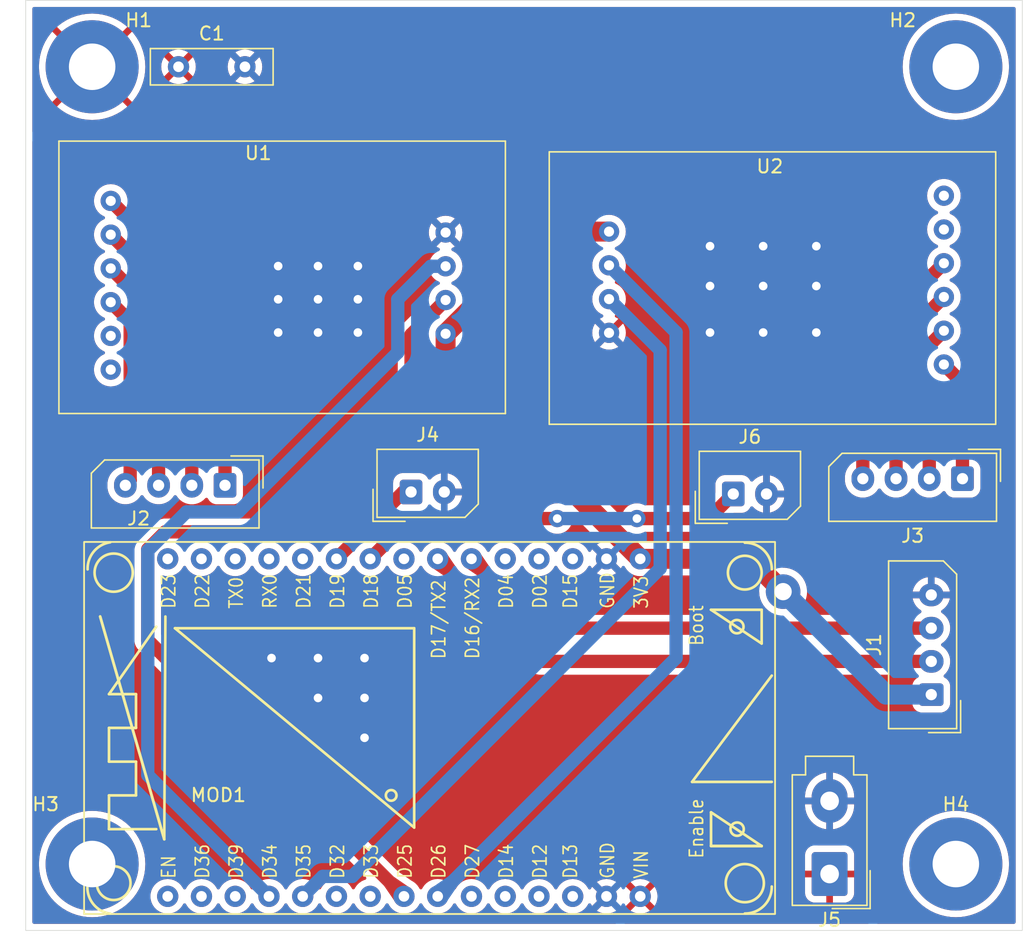
<source format=kicad_pcb>
(kicad_pcb (version 20240108) (generator "pcbnew") (generator_version "8.0")
  (layers (0 "F.Cu" signal) (31 "B.Cu" signal) (34 "B.Paste" user) (35 "F.Paste" user) (36 "B.SilkS" user "B.Silkscreen") (37 "F.SilkS" user "F.Silkscreen") (38 "B.Mask" user) (39 "F.Mask" user) (44 "Edge.Cuts" user))
  (net 0 "")
  (net 1 "Net-(C1-Pad1)")
  (net 2 "GND")
  (net 3 "+3V3")
  (net 4 "/DISPLAY_TX")
  (net 5 "/DISPLAY_RX")
  (net 6 "/E+_LEFT")
  (net 7 "/A+_LEFT")
  (net 8 "/E-_LEFT")
  (net 9 "/A-_LEFT")
  (net 10 "/E+_RIGHT")
  (net 11 "/A+_RIGHT")
  (net 12 "/A-_RIGHT")
  (net 13 "/E-_RIGHT")
  (net 14 "+5V")
  (net 24 "/CLK_LEFT")
  (net 26 "/DT_LEFT")
  (net 27 "/CLK_RIGHT")
  (net 33 "/DT_RIGHT")
  (net 41 "/LED_LEFT")
  (net 42 "/LED_RIGHT")
  (footprint "Connector_Molex:Molex_Mini-Fit_Jr_5566-02A_2x01_P4.20mm_Vertical" (layer "F.Cu") (at 249.5 120.75 180)
    (property "Reference" "J5" (at 0 -3.45 0) (layer "F.SilkS"))
    (property "Value" "MAIN_POWER")
    (fp_line (start 2.81 7.46) (end 1.81 7.46) (stroke (width 0.12)) (layer "F.SilkS"))
    (fp_line (start 2.81 -2.36) (end 2.81 7.46) (stroke (width 0.12)) (layer "F.SilkS"))
    (fp_line (start 1.81 8.86) (end 0 8.86) (stroke (width 0.12)) (layer "F.SilkS"))
    (fp_line (start 1.81 7.46) (end 1.81 8.86) (stroke (width 0.12)) (layer "F.SilkS"))
    (fp_line (start 0 -2.36) (end 2.81 -2.36) (stroke (width 0.12)) (layer "F.SilkS"))
    (fp_line (start 0 -2.36) (end -2.81 -2.36) (stroke (width 0.12)) (layer "F.SilkS"))
    (fp_line (start -0.2 -2.6) (end -3.05 -2.6) (stroke (width 0.12)) (layer "F.SilkS"))
    (fp_line (start -1.81 8.86) (end 0 8.86) (stroke (width 0.12)) (layer "F.SilkS"))
    (fp_line (start -1.81 7.46) (end -1.81 8.86) (stroke (width 0.12)) (layer "F.SilkS"))
    (fp_line (start -2.81 7.46) (end -1.81 7.46) (stroke (width 0.12)) (layer "F.SilkS"))
    (fp_line (start -2.81 -2.36) (end -2.81 7.46) (stroke (width 0.12)) (layer "F.SilkS"))
    (fp_line (start -3.05 -2.6) (end -3.05 0.25) (stroke (width 0.12)) (layer "F.SilkS"))
    (pad "1" thru_hole roundrect (at 0 0 180) (size 2.7 3.3) (drill 1.4) (layers "*.Cu" "*.Mask") (roundrect_rratio 0.092593) (net 14 "+5V"))
    (pad "2" thru_hole oval (at 0 5.5 180) (size 2.7 3.3) (drill 1.4) (layers "*.Cu" "*.Mask") (net 2 "GND"))
  )
  (footprint "Connector_Molex:Molex_SPOX_5267-04A_1x04_P2.50mm_Vertical" (layer "F.Cu") (at 259.5 91 180)
    (property "Reference" "J3" (at 3.75 -4.3 0) (layer "F.SilkS"))
    (property "Value" "LOADCELL_RIGHT")
    (fp_line (start 10.06 0.91) (end 10.06 -3.21) (stroke (width 0.12)) (layer "F.SilkS"))
    (fp_line (start 10.06 -3.21) (end -2.56 -3.21) (stroke (width 0.12)) (layer "F.SilkS"))
    (fp_line (start 9.06 1.91) (end 10.06 0.91) (stroke (width 0.12)) (layer "F.SilkS"))
    (fp_line (start -2.56 1.91) (end 9.06 1.91) (stroke (width 0.12)) (layer "F.SilkS"))
    (fp_line (start -2.56 -3.21) (end -2.56 1.91) (stroke (width 0.12)) (layer "F.SilkS"))
    (fp_line (start -2.86 2.21) (end -0.45 2.21) (stroke (width 0.12)) (layer "F.SilkS"))
    (fp_line (start -2.86 -0.2) (end -2.86 2.21) (stroke (width 0.12)) (layer "F.SilkS"))
    (pad "1" thru_hole roundrect (at 0 0 180) (size 1.7 1.85) (drill 0.85) (layers "*.Cu" "*.Mask") (roundrect_rratio 0.147059) (net 10 "/E+_RIGHT"))
    (pad "2" thru_hole oval (at 2.5 0 180) (size 1.7 1.85) (drill 0.85) (layers "*.Cu" "*.Mask") (net 13 "/E-_RIGHT"))
    (pad "3" thru_hole oval (at 5 0 180) (size 1.7 1.85) (drill 0.85) (layers "*.Cu" "*.Mask") (net 12 "/A-_RIGHT"))
    (pad "4" thru_hole oval (at 7.5 0 180) (size 1.7 1.85) (drill 0.85) (layers "*.Cu" "*.Mask") (net 11 "/A+_RIGHT"))
  )
  (footprint "MountingHole:MountingHole_3.5mm_Pad" (layer "F.Cu") (at 259 60)
    (property "Reference" "H2" (at -4 -3.5 0) (layer "F.SilkS"))
    (property "Value" "MountingHole")
    (pad "1" thru_hole circle (at 0 0) (size 7 7) (drill 3.5) (layers "*.Cu" "*.Mask"))
  )
  (footprint "MountingHole:MountingHole_3.5mm_Pad" (layer "F.Cu") (at 194 120)
    (property "Reference" "H3" (at -3.5 -4.5 0) (layer "F.SilkS"))
    (property "Value" "MountingHole")
    (pad "1" thru_hole circle (at 0 0) (size 7 7) (drill 3.5) (layers "*.Cu" "*.Mask"))
  )
  (footprint "My_foot_print:ESP32_new_modified" (layer "F.Cu") (at 220 111 90)
    (property "Reference" "MOD1" (at -3.812022 -16.503194 0) (layer "F.SilkS"))
    (property "Value" "ESP32-WROOM-32")
    (fp_line (start 3.785408 -24.731481) (end 8.865408 -21.175481) (stroke (width 0.2)) (layer "F.SilkS"))
    (fp_line (start 1.245408 -24.731481) (end 1.245408 -22.699481) (stroke (width 0.2)) (layer "F.SilkS"))
    (fp_line (start -1.294592 -24.731481) (end 1.245408 -24.731481) (stroke (width 0.2)) (layer "F.SilkS"))
    (fp_line (start -3.834592 -24.731481) (end -3.834592 -22.699481) (stroke (width 0.2)) (layer "F.SilkS"))
    (fp_line (start -6.374592 -24.731481) (end -3.834592 -24.731481) (stroke (width 0.2)) (layer "F.SilkS"))
    (fp_line (start 3.785408 -22.699481) (end 3.785408 -24.731481) (stroke (width 0.2)) (layer "F.SilkS"))
    (fp_line (start 1.245408 -22.699481) (end 3.785408 -22.699481) (stroke (width 0.2)) (layer "F.SilkS"))
    (fp_line (start -1.294592 -22.699481) (end -1.294592 -24.731481) (stroke (width 0.2)) (layer "F.SilkS"))
    (fp_line (start -3.834592 -22.699481) (end -1.294592 -22.699481) (stroke (width 0.2)) (layer "F.SilkS"))
    (fp_line (start -6.374592 -21.175481) (end -6.374592 -24.731481) (stroke (width 0.2)) (layer "F.SilkS"))
    (fp_line (start -7.136592 -20.571596) (end 9.627408 -25.397596) (stroke (width 0.2)) (layer "F.SilkS"))
    (fp_line (start -7.136592 -20.571596) (end 9.627408 -25.397596) (stroke (width 0.2)) (layer "F.SilkS"))
    (fp_line (start 9.627408 -20.486938) (end -7.136592 -20.571596) (stroke (width 0.2)) (layer "F.SilkS"))
    (fp_line (start 8.74552 -19.76352) (end 8.74552 -19.76352) (stroke (width 0.2)) (layer "F.SilkS"))
    (fp_line (start 8.74552 -19.76352) (end 8.74552 -1.763531) (stroke (width 0.2)) (layer "F.SilkS"))
    (fp_line (start 8.74552 -1.763531) (end -6.25445 -1.763531) (stroke (width 0.2)) (layer "F.SilkS"))
    (fp_line (start -6.25445 -1.763531) (end 8.74552 -19.76352) (stroke (width 0.2)) (layer "F.SilkS"))
    (fp_line (start -2.818592 19.148416) (end 5.181392 25.148404) (stroke (width 0.2)) (layer "F.SilkS"))
    (fp_line (start 10.135408 20.576404) (end 10.135408 20.576404) (stroke (width 0.2)) (layer "F.SilkS"))
    (fp_line (start 10.135408 20.576404) (end 10.135408 24.386404) (stroke (width 0.2)) (layer "F.SilkS"))
    (fp_line (start -5.104592 20.576404) (end -7.644592 24.386404) (stroke (width 0.2)) (layer "F.SilkS"))
    (fp_line (start -7.644592 20.576404) (end -5.104592 20.576404) (stroke (width 0.2)) (layer "F.SilkS"))
    (fp_line (start 10.135408 24.386404) (end 7.595408 24.386404) (stroke (width 0.2)) (layer "F.SilkS"))
    (fp_line (start 7.595408 24.386404) (end 10.135408 20.576404) (stroke (width 0.2)) (layer "F.SilkS"))
    (fp_line (start -7.644592 24.386404) (end -7.644592 20.576404) (stroke (width 0.2)) (layer "F.SilkS"))
    (fp_line (start -7.644592 24.386404) (end -7.644592 20.576404) (stroke (width 0.2)) (layer "F.SilkS"))
    (fp_line (start -7.644592 24.386404) (end -7.644592 24.386404) (stroke (width 0.2)) (layer "F.SilkS"))
    (fp_line (start -2.818592 25.148404) (end -2.818592 19.148416) (stroke (width 0.2)) (layer "F.SilkS"))
    (fp_rect (start -12.759837 -26.604656) (end 15.240163 25.395344) (stroke (width 0.12)) (fill none) (layer "F.SilkS"))
    (fp_rect (start -12.759837 -26.604656) (end 15.240163 25.395344) (stroke (width 0.12)) (fill none) (layer "F.SilkS"))
    (fp_arc (start 13.177033 -26.340317) (mid 14.52025 -25.875405) (end 15.215408 -24.635596) (stroke (width 0.2)) (layer "F.SilkS"))
    (fp_arc (start -12.735082 -24.637069) (mid -12.066424 -25.867469) (end -10.754691 -26.357716) (stroke (width 0.2)) (layer "F.SilkS"))
    (fp_arc (start -3.434669 -3.493398) (mid -4.234655 -3.495557) (end -3.434669 -3.497716) (stroke (width 0.2)) (layer "F.SilkS"))
    (fp_arc (start 9.365153 22.542618) (mid 8.366312 22.494376) (end 9.365407 22.53703) (stroke (width 0.2)) (layer "F.SilkS"))
    (fp_arc (start -5.874593 22.542618) (mid -6.874333 22.539824) (end -5.874593 22.53703) (stroke (width 0.2)) (layer "F.SilkS"))
    (fp_arc (start 15.183175 23.116912) (mid 14.60873 24.551439) (end 13.183427 25.148404) (stroke (width 0.2)) (layer "F.SilkS"))
    (fp_arc (start -10.692567 25.145153) (mid -12.136715 24.561757) (end -12.724465 23.119376) (stroke (width 0.2)) (layer "F.SilkS"))
    (fp_circle (center 12.929535 -24.381469) (end 14.366413 -24.381469) (stroke (width 0.2)) (fill none) (layer "F.SilkS"))
    (fp_circle (center -10.438465 -24.381469) (end -9.168465 -24.381469) (stroke (width 0.2)) (fill none) (layer "F.SilkS"))
    (fp_circle (center 12.929535 23.116531) (end 14.199535 23.116531) (stroke (width 0.2)) (fill none) (layer "F.SilkS"))
    (fp_circle (center -10.438465 23.116531) (end -9.001587 23.116531) (stroke (width 0.2)) (fill none) (layer "F.SilkS"))
    (fp_text user "3V3" (at 10.135372 15.907079 90) (layer "F.SilkS") (effects (font (size 0.999998 0.899998) (thickness 0.124999)) (justify left bottom)))
    (fp_text user "D14" (at -10.184628 5.747079 90) (layer "F.SilkS") (effects (font (size 0.999998 0.899998) (thickness 0.124999)) (justify left bottom)))
    (fp_text user "TX0" (at 10.135372 -14.572921 90) (layer "F.SilkS") (effects (font (size 0.999998 0.899998) (thickness 0.124999)) (justify left bottom)))
    (fp_text user "Enable" (at -8.660465 20.068531 90) (layer "F.SilkS") (effects (font (size 0.999998 0.899998) (thickness 0.124999)) (justify left bottom)))
    (fp_text user "D02" (at 10.135372 8.287079 90) (layer "F.SilkS") (effects (font (size 0.999998 0.899998) (thickness 0.124999)) (justify left bottom)))
    (fp_text user "EN" (at -10.184628 -19.652921 90) (layer "F.SilkS") (effects (font (size 0.999998 0.899998) (thickness 0.124999)) (justify left bottom)))
    (fp_text user "D35" (at -10.184628 -9.492921 90) (layer "F.SilkS") (effects (font (size 0.999998 0.899998) (thickness 0.124999)) (justify left bottom)))
    (fp_text user "D16/RX2" (at 6.347978 3.207079 90) (layer "F.SilkS") (effects (font (size 0.999998 0.899998) (thickness 0.124999)) (justify left bottom)))
    (fp_text user "D25" (at -10.184628 -1.872921 90) (layer "F.SilkS") (effects (font (size 0.999998 0.899998) (thickness 0.124999)) (justify left bottom)))
    (fp_text user "D04" (at 10.135372 5.747079 90) (layer "F.SilkS") (effects (font (size 0.999998 0.899998) (thickness 0.124999)) (justify left bottom)))
    (fp_text user "D17/TX2" (at 6.347978 0.667079 90) (layer "F.SilkS") (effects (font (size 0.999998 0.899998) (thickness 0.124999)) (justify left bottom)))
    (fp_text user "D33" (at -10.184628 -4.412921 90) (layer "F.SilkS") (effects (font (size 0.999998 0.899998) (thickness 0.124999)) (justify left bottom)))
    (fp_text user "VIN" (at -10.184628 15.907079 90) (layer "F.SilkS") (effects (font (size 0.999998 0.899998) (thickness 0.124999)) (justify left bottom)))
    (fp_text user "D36" (at -10.184628 -17.112921 90) (layer "F.SilkS") (effects (font (size 0.999998 0.899998) (thickness 0.124999)) (justify left bottom)))
    (fp_text user "D13" (at -10.184628 10.573079 90) (layer "F.SilkS") (effects (font (size 0.999998 0.899998) (thickness 0.124999)) (justify left bottom)))
    (fp_text user "D39" (at -10.184628 -14.572921 90) (layer "F.SilkS") (effects (font (size 0.999998 0.899998) (thickness 0.124999)) (justify left bottom)))
    (fp_text user "D27" (at -10.184628 3.207079 90) (layer "F.SilkS") (effects (font (size 0.999998 0.899998) (thickness 0.124999)) (justify left bottom)))
    (fp_text user "D19" (at 10.135372 -6.952921 90) (layer "F.SilkS") (effects (font (size 0.999998 0.899998) (thickness 0.124999)) (justify left bottom)))
    (fp_text user "D15" (at 10.135372 10.573079 90) (layer "F.SilkS") (effects (font (size 0.999998 0.899998) (thickness 0.124999)) (justify left bottom)))
    (fp_text user "D05" (at 10.135372 -1.872921 90) (layer "F.SilkS") (effects (font (size 0.999998 0.899998) (thickness 0.124999)) (justify left bottom)))
    (fp_text user "D21" (at 10.135372 -9.492921 90) (layer "F.SilkS") (effects (font (size 0.999998 0.899998) (thickness 0.124999)) (justify left bottom)))
    (fp_text user "Boot" (at 7.341535 20.068531 90) (layer "F.SilkS") (effects (font (size 0.999998 0.899998) (thickness 0.124999)) (justify left bottom)))
    (fp_text user "GND" (at -10.184628 13.367079 90) (layer "F.SilkS") (effects (font (size 0.999998 0.899998) (thickness 0.124999)) (justify left bottom)))
    (fp_text user "D23" (at 10.135372 -19.652921 90) (layer "F.SilkS") (effects (font (size 0.999998 0.899998) (thickness 0.124999)) (justify left bottom)))
    (fp_text user "D34" (at -10.184628 -12.032921 90) (layer "F.SilkS") (effects (font (size 0.999998 0.899998) (thickness 0.124999)) (justify left bottom)))
    (fp_text user "D12" (at -10.184628 8.287079 90) (layer "F.SilkS") (effects (font (size 0.999998 0.899998) (thickness 0.124999)) (justify left bottom)))
    (fp_text user "GND" (at 10.135372 13.367079 90) (layer "F.SilkS") (effects (font (size 0.999998 0.899998) (thickness 0.124999)) (justify left bottom)))
    (fp_text user "D26" (at -10.184628 0.667079 90) (layer "F.SilkS") (effects (font (size 0.999998 0.899998) (thickness 0.124999)) (justify left bottom)))
    (fp_text user "D18" (at 10.135372 -4.412921 90) (layer "F.SilkS") (effects (font (size 0.999998 0.899998) (thickness 0.124999)) (justify left bottom)))
    (fp_text user "D22" (at 10.135372 -17.112921 90) (layer "F.SilkS") (effects (font (size 0.999998 0.899998) (thickness 0.124999)) (justify left bottom)))
    (fp_text user "D32" (at -10.184628 -6.952921 90) (layer "F.SilkS") (effects (font (size 0.999998 0.899998) (thickness 0.124999)) (justify left bottom)))
    (fp_text user "RX0" (at 10.135372 -12.032921 90) (layer "F.SilkS") (effects (font (size 0.999998 0.899998) (thickness 0.124999)) (justify left bottom)))
    (pad "1" thru_hole circle (at -11.432022 12.706806 90) (size 1.6 1.6) (drill 0.8) (layers "*.Cu" "*.Mask") (net 2 "GND"))
    (pad "1" thru_hole circle (at 13.967978 12.706806 270) (size 1.6 1.6) (drill 0.8) (layers "*.Cu" "*.Mask") (net 2 "GND"))
    (pad "2" thru_hole circle (at 13.967978 15.246806 270) (size 1.6 1.6) (drill 0.8) (layers "*.Cu" "*.Mask") (net 3 "+3V3"))
    (pad "3" thru_hole circle (at -11.432022 -20.313194 90) (size 1.6 1.6) (drill 0.8) (layers "*.Cu" "*.Mask"))
    (pad "4" thru_hole circle (at -11.432022 -17.773194 90) (size 1.6 1.6) (drill 0.8) (layers "*.Cu" "*.Mask"))
    (pad "5" thru_hole circle (at -11.432022 -15.233194 90) (size 1.6 1.6) (drill 0.8) (layers "*.Cu" "*.Mask"))
    (pad "6" thru_hole circle (at -11.432022 -12.693194 90) (size 1.6 1.6) (drill 0.8) (layers "*.Cu" "*.Mask") (net 26 "/DT_LEFT"))
    (pad "7" thru_hole circle (at -11.432022 -10.153194 90) (size 1.6 1.6) (drill 0.8) (layers "*.Cu" "*.Mask") (net 33 "/DT_RIGHT"))
    (pad "8" thru_hole circle (at -11.432022 -7.613194 90) (size 1.6 1.6) (drill 0.8) (layers "*.Cu" "*.Mask"))
    (pad "9" thru_hole circle (at -11.432022 -5.073194 90) (size 1.6 1.6) (drill 0.8) (layers "*.Cu" "*.Mask"))
    (pad "10" thru_hole circle (at -11.432022 -2.533194 90) (size 1.6 1.6) (drill 0.8) (layers "*.Cu" "*.Mask") (net 24 "/CLK_LEFT"))
    (pad "11" thru_hole circle (at -11.432022 0.006806 90) (size 1.6 1.6) (drill 0.8) (layers "*.Cu" "*.Mask") (net 27 "/CLK_RIGHT"))
    (pad "12" thru_hole circle (at -11.432022 2.546806 90) (size 1.6 1.6) (drill 0.8) (layers "*.Cu" "*.Mask"))
    (pad "13" thru_hole circle (at -11.432022 5.086806 90) (size 1.6 1.6) (drill 0.8) (layers "*.Cu" "*.Mask"))
    (pad "14" thru_hole circle (at -11.432022 7.626806 90) (size 1.6 1.6) (drill 0.8) (layers "*.Cu" "*.Mask"))
    (pad "15" thru_hole circle (at -11.432022 15.246806 90) (size 1.6 1.6) (drill 0.8) (layers "*.Cu" "*.Mask") (net 14 "+5V"))
    (pad "16" thru_hole circle (at -11.432022 10.166806 90) (size 1.6 1.6) (drill 0.8) (layers "*.Cu" "*.Mask"))
    (pad "23" thru_hole circle (at 13.967978 10.166806 270) (size 1.6 1.6) (drill 0.8) (layers "*.Cu" "*.Mask"))
    (pad "24" thru_hole circle (at 13.967978 7.626806 270) (size 1.6 1.6) (drill 0.8) (layers "*.Cu" "*.Mask"))
    (pad "26" thru_hole circle (at 13.967978 5.086806 270) (size 1.6 1.6) (drill 0.8) (layers "*.Cu" "*.Mask"))
    (pad "27" thru_hole circle (at 13.967978 2.546806 270) (size 1.6 1.6) (drill 0.8) (layers "*.Cu" "*.Mask") (net 4 "/DISPLAY_TX"))
    (pad "28" thru_hole circle (at 13.967978 0.006806 270) (size 1.6 1.6) (drill 0.8) (layers "*.Cu" "*.Mask") (net 5 "/DISPLAY_RX"))
    (pad "29" thru_hole circle (at 13.967978 -2.533194 270) (size 1.6 1.6) (drill 0.8) (layers "*.Cu" "*.Mask"))
    (pad "30" thru_hole circle (at 13.967978 -5.073194 270) (size 1.6 1.6) (drill 0.8) (layers "*.Cu" "*.Mask") (net 42 "/LED_RIGHT"))
    (pad "31" thru_hole circle (at 13.967978 -7.613194 270) (size 1.6 1.6) (drill 0.8) (layers "*.Cu" "*.Mask") (net 41 "/LED_LEFT"))
    (pad "33" thru_hole circle (at 13.967978 -10.153194 270) (size 1.6 1.6) (drill 0.8) (layers "*.Cu" "*.Mask"))
    (pad "34" thru_hole circle (at 13.967978 -12.693194 90) (size 1.6 1.6) (drill 0.8) (layers "*.Cu" "*.Mask"))
    (pad "35" thru_hole circle (at 13.967978 -15.233194 90) (size 1.6 1.6) (drill 0.8) (layers "*.Cu" "*.Mask"))
    (pad "36" thru_hole circle (at 13.967978 -17.773194 270) (size 1.6 1.6) (drill 0.8) (layers "*.Cu" "*.Mask"))
    (pad "37" thru_hole circle (at 13.967978 -20.313194 270) (size 1.6 1.6) (drill 0.8) (layers "*.Cu" "*.Mask"))
  )
  (footprint "Connector_Molex:Molex_SPOX_5267-04A_1x04_P2.50mm_Vertical" (layer "F.Cu") (at 257.15 107.25 90)
    (property "Reference" "J1" (at 3.75 -4.3 90) (layer "F.SilkS"))
    (property "Value" "NEXTION_DISPLAY")
    (fp_line (start 10.06 -3.21) (end -2.56 -3.21) (stroke (width 0.12)) (layer "F.SilkS"))
    (fp_line (start -2.56 -3.21) (end -2.56 1.91) (stroke (width 0.12)) (layer "F.SilkS"))
    (fp_line (start -2.86 -0.2) (end -2.86 2.21) (stroke (width 0.12)) (layer "F.SilkS"))
    (fp_line (start 10.06 0.91) (end 10.06 -3.21) (stroke (width 0.12)) (layer "F.SilkS"))
    (fp_line (start 9.06 1.91) (end 10.06 0.91) (stroke (width 0.12)) (layer "F.SilkS"))
    (fp_line (start -2.56 1.91) (end 9.06 1.91) (stroke (width 0.12)) (layer "F.SilkS"))
    (fp_line (start -2.86 2.21) (end -0.45 2.21) (stroke (width 0.12)) (layer "F.SilkS"))
    (pad "1" thru_hole roundrect (at 0 0 90) (size 1.7 1.85) (drill 0.85) (layers "*.Cu" "*.Mask") (roundrect_rratio 0.147059) (net 3 "+3V3"))
    (pad "2" thru_hole oval (at 2.5 0 90) (size 1.7 1.85) (drill 0.85) (layers "*.Cu" "*.Mask") (net 5 "/DISPLAY_RX"))
    (pad "3" thru_hole oval (at 5 0 90) (size 1.7 1.85) (drill 0.85) (layers "*.Cu" "*.Mask") (net 4 "/DISPLAY_TX"))
    (pad "4" thru_hole oval (at 7.5 0 90) (size 1.7 1.85) (drill 0.85) (layers "*.Cu" "*.Mask") (net 2 "GND"))
  )
  (footprint "MountingHole:MountingHole_3.5mm_Pad" (layer "F.Cu") (at 259 120)
    (property "Reference" "H4" (at 0 -4.5 0) (layer "F.SilkS"))
    (property "Value" "MountingHole")
    (pad "1" thru_hole circle (at 0 0) (size 7 7) (drill 3.5) (layers "*.Cu" "*.Mask"))
  )
  (footprint "Connector_Molex:Molex_SPOX_5267-02A_1x02_P2.50mm_Vertical" (layer "F.Cu") (at 218 92)
    (property "Reference" "J4" (at 1.25 -4.3 0) (layer "F.SilkS"))
    (property "Value" "STATE_LED_LEFT")
    (fp_line (start -2.86 -0.2) (end -2.86 2.21) (stroke (width 0.12)) (layer "F.SilkS"))
    (fp_line (start -2.86 2.21) (end -0.45 2.21) (stroke (width 0.12)) (layer "F.SilkS"))
    (fp_line (start -2.56 -3.21) (end -2.56 1.91) (stroke (width 0.12)) (layer "F.SilkS"))
    (fp_line (start -2.56 1.91) (end 4.06 1.91) (stroke (width 0.12)) (layer "F.SilkS"))
    (fp_line (start 4.06 1.91) (end 5.06 0.91) (stroke (width 0.12)) (layer "F.SilkS"))
    (fp_line (start 5.06 -3.21) (end -2.56 -3.21) (stroke (width 0.12)) (layer "F.SilkS"))
    (fp_line (start 5.06 0.91) (end 5.06 -3.21) (stroke (width 0.12)) (layer "F.SilkS"))
    (pad "1" thru_hole roundrect (at 0 0) (size 1.7 1.85) (drill 0.85) (layers "*.Cu" "*.Mask") (roundrect_rratio 0.147059) (net 41 "/LED_LEFT"))
    (pad "2" thru_hole oval (at 2.5 0) (size 1.7 1.85) (drill 0.85) (layers "*.Cu" "*.Mask") (net 2 "GND"))
  )
  (footprint "Connector_Molex:Molex_SPOX_5267-04A_1x04_P2.50mm_Vertical" (layer "F.Cu") (at 204 91.5 180)
    (property "Reference" "J2" (at 6.5 -2.5 0) (layer "F.SilkS"))
    (property "Value" "LOADCELL_LEFT")
    (fp_line (start 10.06 0.91) (end 10.06 -3.21) (stroke (width 0.12)) (layer "F.SilkS"))
    (fp_line (start 10.06 -3.21) (end -2.56 -3.21) (stroke (width 0.12)) (layer "F.SilkS"))
    (fp_line (start 9.06 1.91) (end 10.06 0.91) (stroke (width 0.12)) (layer "F.SilkS"))
    (fp_line (start -2.56 1.91) (end 9.06 1.91) (stroke (width 0.12)) (layer "F.SilkS"))
    (fp_line (start -2.56 -3.21) (end -2.56 1.91) (stroke (width 0.12)) (layer "F.SilkS"))
    (fp_line (start -2.86 2.21) (end -0.45 2.21) (stroke (width 0.12)) (layer "F.SilkS"))
    (fp_line (start -2.86 -0.2) (end -2.86 2.21) (stroke (width 0.12)) (layer "F.SilkS"))
    (pad "1" thru_hole roundrect (at 0 0 180) (size 1.7 1.85) (drill 0.85) (layers "*.Cu" "*.Mask") (roundrect_rratio 0.147059) (net 6 "/E+_LEFT"))
    (pad "2" thru_hole oval (at 2.5 0 180) (size 1.7 1.85) (drill 0.85) (layers "*.Cu" "*.Mask") (net 8 "/E-_LEFT"))
    (pad "3" thru_hole oval (at 5 0 180) (size 1.7 1.85) (drill 0.85) (layers "*.Cu" "*.Mask") (net 9 "/A-_LEFT"))
    (pad "4" thru_hole oval (at 7.5 0 180) (size 1.7 1.85) (drill 0.85) (layers "*.Cu" "*.Mask") (net 7 "/A+_LEFT"))
  )
  (footprint "Capacitor_THT:C_Disc_D9.0mm_W2.5mm_P5.00mm" (layer "F.Cu") (at 200.5 60)
    (property "Reference" "C1" (at 2.5 -2.5 0) (layer "F.SilkS"))
    (property "Value" "1000pF")
    (fp_line (start -2.12 -1.37) (end -2.12 1.37) (stroke (width 0.12)) (layer "F.SilkS"))
    (fp_line (start -2.12 -1.37) (end 7.12 -1.37) (stroke (width 0.12)) (layer "F.SilkS"))
    (fp_line (start -2.12 1.37) (end 7.12 1.37) (stroke (width 0.12)) (layer "F.SilkS"))
    (fp_line (start 7.12 -1.37) (end 7.12 1.37) (stroke (width 0.12)) (layer "F.SilkS"))
    (pad "1" thru_hole circle (at 0 0) (size 1.6 1.6) (drill 0.8) (layers "*.Cu" "*.Mask") (net 1 "Net-(C1-Pad1)"))
    (pad "2" thru_hole circle (at 5 0) (size 1.6 1.6) (drill 0.8) (layers "*.Cu" "*.Mask") (net 2 "GND"))
  )
  (footprint "MountingHole:MountingHole_3.5mm_Pad" (layer "F.Cu") (at 194 60)
    (property "Reference" "H1" (at 3.5 -3.5 0) (layer "F.SilkS"))
    (property "Value" "MountingHole_Pad")
    (pad "1" thru_hole circle (at 0 0) (size 7 7) (drill 3.5) (layers "*.Cu" "*.Mask") (net 1 "Net-(C1-Pad1)"))
  )
  (footprint "My_foot_print:loadcell" (layer "F.Cu") (at 257.6 93.405 180)
    (property "Reference" "U2" (at 12.6 25.905 0) (layer "F.SilkS"))
    (property "Value" "Load_cell_hx711")
    (fp_line (start 29.2 27) (end 29.2 6.5) (stroke (width 0.12)) (layer "F.SilkS"))
    (fp_line (start -4.4 27) (end 29.2 27) (stroke (width 0.12)) (layer "F.SilkS"))
    (fp_line (start -4.4 27) (end -4.4 6.5) (stroke (width 0.12)) (layer "F.SilkS"))
    (fp_line (start -4.4 6.5) (end 29.2 6.5) (stroke (width 0.12)) (layer "F.SilkS"))
    (pad "1" thru_hole circle (at 24.7 13.38 180) (size 1.524 1.524) (drill 0.762) (layers "*.Cu" "*.Mask") (net 2 "GND"))
    (pad "2" thru_hole circle (at 24.7 15.92 180) (size 1.524 1.524) (drill 0.762) (layers "*.Cu" "*.Mask") (net 33 "/DT_RIGHT"))
    (pad "3" thru_hole circle (at 24.7 18.46 180) (size 1.524 1.524) (drill 0.762) (layers "*.Cu" "*.Mask") (net 27 "/CLK_RIGHT"))
    (pad "4" thru_hole circle (at 24.7 21 180) (size 1.524 1.524) (drill 0.762) (layers "*.Cu" "*.Mask") (net 3 "+3V3"))
    (pad "5" thru_hole circle (at -0.5 11 180) (size 1.524 1.524) (drill 0.762) (layers "*.Cu" "*.Mask") (net 10 "/E+_RIGHT"))
    (pad "6" thru_hole circle (at -0.5 13.54 180) (size 1.524 1.524) (drill 0.762) (layers "*.Cu" "*.Mask") (net 13 "/E-_RIGHT"))
    (pad "7" thru_hole circle (at -0.5 16.08 180) (size 1.524 1.524) (drill 0.762) (layers "*.Cu" "*.Mask") (net 12 "/A-_RIGHT"))
    (pad "8" thru_hole circle (at -0.5 18.62 180) (size 1.524 1.524) (drill 0.762) (layers "*.Cu" "*.Mask") (net 11 "/A+_RIGHT"))
    (pad "9" thru_hole circle (at -0.5 21.16 180) (size 1.524 1.524) (drill 0.762) (layers "*.Cu" "*.Mask"))
    (pad "10" thru_hole circle (at -0.5 23.7 180) (size 1.524 1.524) (drill 0.762) (layers "*.Cu" "*.Mask"))
  )
  (footprint "Connector_Molex:Molex_SPOX_5267-02A_1x02_P2.50mm_Vertical" (layer "F.Cu") (at 242.25 92.15)
    (property "Reference" "J6" (at 1.25 -4.3 0) (layer "F.SilkS"))
    (property "Value" "STATE_LED_RIGHT")
    (fp_line (start -2.86 -0.2) (end -2.86 2.21) (stroke (width 0.12)) (layer "F.SilkS"))
    (fp_line (start -2.86 2.21) (end -0.45 2.21) (stroke (width 0.12)) (layer "F.SilkS"))
    (fp_line (start -2.56 -3.21) (end -2.56 1.91) (stroke (width 0.12)) (layer "F.SilkS"))
    (fp_line (start -2.56 1.91) (end 4.06 1.91) (stroke (width 0.12)) (layer "F.SilkS"))
    (fp_line (start 4.06 1.91) (end 5.06 0.91) (stroke (width 0.12)) (layer "F.SilkS"))
    (fp_line (start 5.06 -3.21) (end -2.56 -3.21) (stroke (width 0.12)) (layer "F.SilkS"))
    (fp_line (start 5.06 0.91) (end 5.06 -3.21) (stroke (width 0.12)) (layer "F.SilkS"))
    (pad "1" thru_hole roundrect (at 0 0) (size 1.7 1.85) (drill 0.85) (layers "*.Cu" "*.Mask") (roundrect_rratio 0.147059) (net 42 "/LED_RIGHT"))
    (pad "2" thru_hole oval (at 2.5 0) (size 1.7 1.85) (drill 0.85) (layers "*.Cu" "*.Mask") (net 2 "GND"))
  )
  (footprint "My_foot_print:loadcell" (layer "F.Cu") (at 195.9 59.095)
    (property "Reference" "U1" (at 10.6 7.405 0) (layer "F.SilkS"))
    (property "Value" "Load_cell_hx711")
    (fp_line (start -4.4 6.5) (end 29.2 6.5) (stroke (width 0.12)) (layer "F.SilkS"))
    (fp_line (start -4.4 27) (end -4.4 6.5) (stroke (width 0.12)) (layer "F.SilkS"))
    (fp_line (start -4.4 27) (end 29.2 27) (stroke (width 0.12)) (layer "F.SilkS"))
    (fp_line (start 29.2 27) (end 29.2 6.5) (stroke (width 0.12)) (layer "F.SilkS"))
    (pad "1" thru_hole circle (at 24.7 13.38) (size 1.524 1.524) (drill 0.762) (layers "*.Cu" "*.Mask") (net 2 "GND"))
    (pad "2" thru_hole circle (at 24.7 15.92) (size 1.524 1.524) (drill 0.762) (layers "*.Cu" "*.Mask") (net 26 "/DT_LEFT"))
    (pad "3" thru_hole circle (at 24.7 18.46) (size 1.524 1.524) (drill 0.762) (layers "*.Cu" "*.Mask") (net 24 "/CLK_LEFT"))
    (pad "4" thru_hole circle (at 24.7 21) (size 1.524 1.524) (drill 0.762) (layers "*.Cu" "*.Mask") (net 3 "+3V3"))
    (pad "5" thru_hole circle (at -0.5 11) (size 1.524 1.524) (drill 0.762) (layers "*.Cu" "*.Mask") (net 6 "/E+_LEFT"))
    (pad "6" thru_hole circle (at -0.5 13.54) (size 1.524 1.524) (drill 0.762) (layers "*.Cu" "*.Mask") (net 8 "/E-_LEFT"))
    (pad "7" thru_hole circle (at -0.5 16.08) (size 1.524 1.524) (drill 0.762) (layers "*.Cu" "*.Mask") (net 9 "/A-_LEFT"))
    (pad "8" thru_hole circle (at -0.5 18.62) (size 1.524 1.524) (drill 0.762) (layers "*.Cu" "*.Mask") (net 7 "/A+_LEFT"))
    (pad "9" thru_hole circle (at -0.5 21.16) (size 1.524 1.524) (drill 0.762) (layers "*.Cu" "*.Mask"))
    (pad "10" thru_hole circle (at -0.5 23.7) (size 1.524 1.524) (drill 0.762) (layers "*.Cu" "*.Mask"))
  )
  (gr_rect (start 189 55) (end 264 125) (stroke (width 0.05)) (fill none) (layer "Edge.Cuts"))
  (via (at 207.5 104.5) (size 1.3) (drill 0.65) (layers "F.Cu" "B.Cu") (net 2))
  (via (at 248.5 80) (size 1.3) (drill 0.65) (layers "F.Cu" "B.Cu") (net 2))
  (via (at 214.5 110.5) (size 1.3) (drill 0.65) (layers "F.Cu" "B.Cu") (net 2))
  (via (at 214 75) (size 1.3) (drill 0.65) (layers "F.Cu" "B.Cu") (net 2))
  (via (at 214.5 107.5) (size 1.3) (drill 0.65) (layers "F.Cu" "B.Cu") (net 2))
  (via (at 208 77.5) (size 1.3) (drill 0.65) (layers "F.Cu" "B.Cu") (net 2))
  (via (at 211 77.5) (size 1.3) (drill 0.65) (layers "F.Cu" "B.Cu") (net 2))
  (via (at 244.5 76.5) (size 1.3) (drill 0.65) (layers "F.Cu" "B.Cu") (net 2))
  (via (at 214.5 104.5) (size 1.3) (drill 0.65) (layers "F.Cu" "B.Cu") (net 2))
  (via (at 244.5 73.5) (size 1.3) (drill 0.65) (layers "F.Cu" "B.Cu") (net 2))
  (via (at 214 77.5) (size 1.3) (drill 0.65) (layers "F.Cu" "B.Cu") (net 2))
  (via (at 248.5 76.5) (size 1.3) (drill 0.65) (layers "F.Cu" "B.Cu") (net 2))
  (via (at 240.5 73.5) (size 1.3) (drill 0.65) (layers "F.Cu" "B.Cu") (net 2))
  (via (at 211 104.5) (size 1.3) (drill 0.65) (layers "F.Cu" "B.Cu") (net 2))
  (via (at 240.5 80) (size 1.3) (drill 0.65) (layers "F.Cu" "B.Cu") (net 2))
  (via (at 244.5 80) (size 1.3) (drill 0.65) (layers "F.Cu" "B.Cu") (net 2))
  (via (at 208 75) (size 1.3) (drill 0.65) (layers "F.Cu" "B.Cu") (net 2))
  (via (at 211 75) (size 1.3) (drill 0.65) (layers "F.Cu" "B.Cu") (net 2))
  (via (at 211 80) (size 1.3) (drill 0.65) (layers "F.Cu" "B.Cu") (net 2))
  (via (at 214 80) (size 1.3) (drill 0.65) (layers "F.Cu" "B.Cu") (net 2))
  (via (at 240.5 76.5) (size 1.3) (drill 0.65) (layers "F.Cu" "B.Cu") (net 2))
  (via (at 211 107.5) (size 1.3) (drill 0.65) (layers "F.Cu" "B.Cu") (net 2))
  (via (at 208 80) (size 1.3) (drill 0.65) (layers "F.Cu" "B.Cu") (net 2))
  (via (at 248.5 73.5) (size 1.3) (drill 0.65) (layers "F.Cu" "B.Cu") (net 2))
  (segment (start 220.6 82.385216) (end 235.246806 97.032022) (width 1.5) (layer "F.Cu") (net 3))
  (segment (start 228.29 72.405) (end 220.6 80.095) (width 1.5) (layer "F.Cu") (net 3))
  (segment (start 232.9 72.405) (end 228.29 72.405) (width 1.5) (layer "F.Cu") (net 3))
  (segment (start 220.6 80.095) (end 220.6 82.385216) (width 1.5) (layer "F.Cu") (net 3))
  (segment (start 243.532022 97.032022) (end 246 99.5) (width 1.5) (layer "F.Cu") (net 3))
  (segment (start 235.246806 97.032022) (end 243.532022 97.032022) (width 1.5) (layer "F.Cu") (net 3))
  (via (at 246 99.5) (size 2.6) (drill 1.3) (layers "F.Cu" "B.Cu") (net 3))
  (segment (start 253.75 107.25) (end 257.15 107.25) (width 1.5) (layer "B.Cu") (net 3))
  (segment (start 246 99.5) (end 253.75 107.25) (width 1.5) (layer "B.Cu") (net 3))
  (segment (start 227.764784 102.25) (end 257.15 102.25) (width 1) (layer "F.Cu") (net 4))
  (segment (start 222.546806 97.032022) (end 227.764784 102.25) (width 1) (layer "F.Cu") (net 4))
  (segment (start 220.006806 97.032022) (end 227.724784 104.75) (width 1) (layer "F.Cu") (net 5))
  (segment (start 227.724784 104.75) (end 257.15 104.75) (width 1) (layer "F.Cu") (net 5))
  (segment (start 195.4 70.095) (end 204 78.695) (width 1) (layer "F.Cu") (net 6))
  (segment (start 204 78.695) (end 204 91.5) (width 1) (layer "F.Cu") (net 6))
  (segment (start 196.862 91.138) (end 196.5 91.5) (width 1) (layer "F.Cu") (net 7))
  (segment (start 196.862 79.177) (end 196.862 91.138) (width 1) (layer "F.Cu") (net 7))
  (segment (start 195.4 77.715) (end 196.862 79.177) (width 1) (layer "F.Cu") (net 7))
  (segment (start 195.4 72.635) (end 201.5 78.735) (width 1) (layer "F.Cu") (net 8))
  (segment (start 201.5 78.735) (end 201.5 91.5) (width 1) (layer "F.Cu") (net 8))
  (segment (start 199 78.775) (end 199 91.5) (width 1) (layer "F.Cu") (net 9))
  (segment (start 195.4 75.175) (end 199 78.775) (width 1) (layer "F.Cu") (net 9))
  (segment (start 259.5 83.805) (end 259.5 91) (width 1) (layer "F.Cu") (net 10))
  (segment (start 258.1 82.405) (end 259.5 83.805) (width 1) (layer "F.Cu") (net 10))
  (segment (start 258.1 74.785) (end 252 80.885) (width 1) (layer "F.Cu") (net 11))
  (segment (start 252 80.885) (end 252 91) (width 1) (layer "F.Cu") (net 11))
  (segment (start 258.1 77.325) (end 254.5 80.925) (width 1) (layer "F.Cu") (net 12))
  (segment (start 254.5 80.925) (end 254.5 91) (width 1) (layer "F.Cu") (net 12))
  (segment (start 256 87.5) (end 257 88.5) (width 1) (layer "F.Cu") (net 13))
  (segment (start 256 81.965) (end 256 87.5) (width 1) (layer "F.Cu") (net 13))
  (segment (start 257 88.5) (end 257 91) (width 1) (layer "F.Cu") (net 13))
  (segment (start 258.1 79.865) (end 256 81.965) (width 1) (layer "F.Cu") (net 13))
  (segment (start 218 80.155) (end 220.6 77.555) (width 1) (layer "F.Cu") (net 24))
  (segment (start 198.186806 103.152022) (end 198.186806 96.313194) (width 1) (layer "F.Cu") (net 24))
  (segment (start 198.186806 96.313194) (end 199.5 95) (width 1) (layer "F.Cu") (net 24))
  (segment (start 218 84.5) (end 218 80.155) (width 1) (layer "F.Cu") (net 24))
  (segment (start 217.466806 122.432022) (end 198.186806 103.152022) (width 1) (layer "F.Cu") (net 24))
  (segment (start 207.5 95) (end 218 84.5) (width 1) (layer "F.Cu") (net 24))
  (segment (start 199.5 95) (end 207.5 95) (width 1) (layer "F.Cu") (net 24))
  (segment (start 201.097507 93.5) (end 205 93.5) (width 1) (layer "B.Cu") (net 26))
  (segment (start 207.306806 122.432022) (end 198.186806 113.312022) (width 1) (layer "B.Cu") (net 26))
  (segment (start 219.485 75.015) (end 220.6 75.015) (width 1) (layer "B.Cu") (net 26))
  (segment (start 198.186806 96.410701) (end 201.097507 93.5) (width 1) (layer "B.Cu") (net 26))
  (segment (start 205 93.5) (end 217 81.5) (width 1) (layer "B.Cu") (net 26))
  (segment (start 198.186806 113.312022) (end 198.186806 96.410701) (width 1) (layer "B.Cu") (net 26))
  (segment (start 217 81.5) (end 217 77.5) (width 1) (layer "B.Cu") (net 26))
  (segment (start 217 77.5) (end 219.485 75.015) (width 1) (layer "B.Cu") (net 26))
  (segment (start 220.006806 122.432022) (end 237.946806 104.492022) (width 1) (layer "B.Cu") (net 27))
  (segment (start 237.946806 79.991806) (end 232.9 74.945) (width 1) (layer "B.Cu") (net 27))
  (segment (start 237.946806 104.492022) (end 237.946806 79.991806) (width 1) (layer "B.Cu") (net 27))
  (segment (start 236.746806 97.753194) (end 236.746806 81.331806) (width 1) (layer "B.Cu") (net 33))
  (segment (start 209.846806 122.432022) (end 211.346806 120.932022) (width 1) (layer "B.Cu") (net 33))
  (segment (start 211.346806 120.932022) (end 213.567978 120.932022) (width 1) (layer "B.Cu") (net 33))
  (segment (start 213.567978 120.932022) (end 236.746806 97.753194) (width 1) (layer "B.Cu") (net 33))
  (segment (start 236.746806 81.331806) (end 232.9 77.485) (width 1) (layer "B.Cu") (net 33))
  (segment (start 217.418828 92) (end 218 92) (width 1) (layer "F.Cu") (net 41))
  (segment (start 212.386806 97.032022) (end 217.418828 92) (width 1) (layer "F.Cu") (net 41))
  (segment (start 235 94) (end 240.4 94) (width 1) (layer "F.Cu") (net 42))
  (segment (start 217.958828 94) (end 229 94) (width 1) (layer "F.Cu") (net 42))
  (segment (start 240.4 94) (end 242.25 92.15) (width 1) (layer "F.Cu") (net 42))
  (segment (start 214.926806 97.032022) (end 217.958828 94) (width 1) (layer "F.Cu") (net 42))
  (via (at 235 94) (size 1.3) (drill 0.65) (layers "F.Cu" "B.Cu") (net 42))
  (via (at 229 94) (size 1.3) (drill 0.65) (layers "F.Cu" "B.Cu") (net 42))
  (segment (start 229 94) (end 235 94) (width 1) (layer "B.Cu") (net 42))
  (zone (net 2) (net_name "GND") (layer "F.Cu") (connect_pads (clearance 0.5)) (min_thickness 0.25) (fill yes (thermal_gap 0.5) (thermal_bridge_width 0.5))
    (polygon (pts (xy 189 55) (xy 264 55) (xy 264 125) (xy 189 125)))
  )
  (zone (net 1) (net_name "Net-(C1-Pad1)") (layer "F.Cu") (priority 3) (connect_pads (clearance 0.5)) (min_thickness 0.25) (fill yes (thermal_gap 0.5) (thermal_bridge_width 0.5))
    (polygon (pts (xy 189 55) (xy 203 55) (xy 203 65) (xy 189 65)))
  )
  (zone (net 14) (net_name "+5V") (layer "F.Cu") (priority 2) (connect_pads (clearance 0.5)) (min_thickness 0.25) (fill yes (thermal_gap 0.5) (thermal_bridge_width 0.5))
    (polygon (pts (xy 234 118.5) (xy 252.5 118.5) (xy 252.5 124.5) (xy 234 124.5)))
  )
  (zone (net 2) (net_name "GND") (layer "B.Cu") (priority 1) (connect_pads (clearance 0.5)) (min_thickness 0.25) (fill yes (thermal_gap 0.5) (thermal_bridge_width 0.5))
    (polygon (pts (xy 189 55) (xy 264 55) (xy 264 125) (xy 189 125)))
  )
)
</source>
